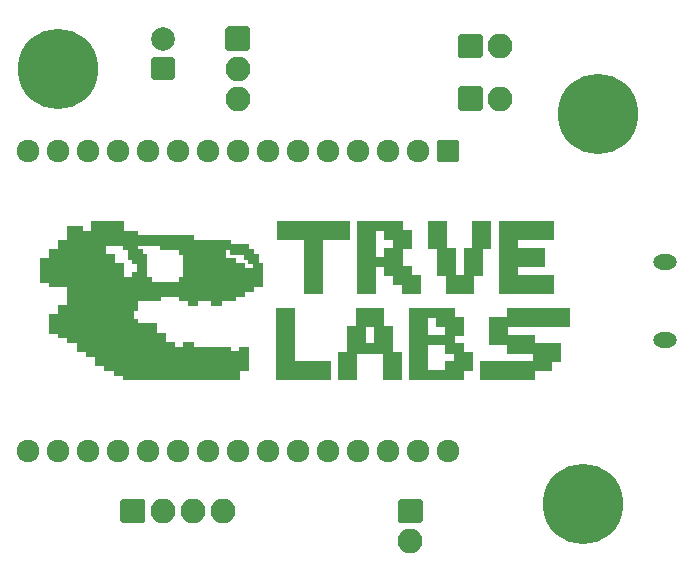
<source format=gbr>
%TF.GenerationSoftware,KiCad,Pcbnew,5.1.10*%
%TF.CreationDate,2021-10-27T21:54:33+02:00*%
%TF.ProjectId,JeanCloud_pcb_regular,4a65616e-436c-46f7-9564-5f7063625f72,rev?*%
%TF.SameCoordinates,Original*%
%TF.FileFunction,Soldermask,Bot*%
%TF.FilePolarity,Negative*%
%FSLAX46Y46*%
G04 Gerber Fmt 4.6, Leading zero omitted, Abs format (unit mm)*
G04 Created by KiCad (PCBNEW 5.1.10) date 2021-10-27 21:54:33*
%MOMM*%
%LPD*%
G01*
G04 APERTURE LIST*
%ADD10C,0.010000*%
%ADD11C,6.800000*%
%ADD12C,1.924000*%
%ADD13O,2.000000X1.300000*%
%ADD14O,2.100000X2.100000*%
%ADD15C,2.000000*%
G04 APERTURE END LIST*
D10*
%TO.C,G\u002A\u002A\u002A*%
G36*
X91418834Y-46206834D02*
G01*
X88413167Y-46206834D01*
X88413167Y-46926500D01*
X90656834Y-46926500D01*
X90656834Y-48450500D01*
X88413167Y-48450500D01*
X88413167Y-49191334D01*
X91418834Y-49191334D01*
X91418834Y-50715334D01*
X86889167Y-50715334D01*
X86889167Y-44682834D01*
X91418834Y-44682834D01*
X91418834Y-46206834D01*
G37*
X91418834Y-46206834D02*
X88413167Y-46206834D01*
X88413167Y-46926500D01*
X90656834Y-46926500D01*
X90656834Y-48450500D01*
X88413167Y-48450500D01*
X88413167Y-49191334D01*
X91418834Y-49191334D01*
X91418834Y-50715334D01*
X86889167Y-50715334D01*
X86889167Y-44682834D01*
X91418834Y-44682834D01*
X91418834Y-46206834D01*
G36*
X82401834Y-46926500D02*
G01*
X83142667Y-46926500D01*
X83142667Y-49191334D01*
X83883500Y-49191334D01*
X83883500Y-46926500D01*
X84624334Y-46926500D01*
X84624334Y-44682834D01*
X86148334Y-44682834D01*
X86148334Y-46947667D01*
X85407500Y-46947667D01*
X85407500Y-49212500D01*
X84645500Y-49212500D01*
X84645500Y-50715334D01*
X82380667Y-50715334D01*
X82380667Y-49212500D01*
X81618667Y-49212500D01*
X81618667Y-46947667D01*
X80877834Y-46947667D01*
X80877834Y-44682834D01*
X82401834Y-44682834D01*
X82401834Y-46926500D01*
G37*
X82401834Y-46926500D02*
X83142667Y-46926500D01*
X83142667Y-49191334D01*
X83883500Y-49191334D01*
X83883500Y-46926500D01*
X84624334Y-46926500D01*
X84624334Y-44682834D01*
X86148334Y-44682834D01*
X86148334Y-46947667D01*
X85407500Y-46947667D01*
X85407500Y-49212500D01*
X84645500Y-49212500D01*
X84645500Y-50715334D01*
X82380667Y-50715334D01*
X82380667Y-49212500D01*
X81618667Y-49212500D01*
X81618667Y-46947667D01*
X80877834Y-46947667D01*
X80877834Y-44682834D01*
X82401834Y-44682834D01*
X82401834Y-46926500D01*
G36*
X78655334Y-45423667D02*
G01*
X79396167Y-45423667D01*
X79396167Y-46947667D01*
X78655334Y-46947667D01*
X78655334Y-48429334D01*
X79396167Y-48429334D01*
X79396167Y-49191334D01*
X80158167Y-49191334D01*
X80158167Y-50715334D01*
X78634167Y-50715334D01*
X78634167Y-49953334D01*
X77872167Y-49953334D01*
X77872167Y-49212500D01*
X77131334Y-49212500D01*
X77131334Y-48450500D01*
X76390500Y-48450500D01*
X76390500Y-50715334D01*
X74866500Y-50715334D01*
X74866500Y-45444834D01*
X76390500Y-45444834D01*
X76390500Y-47688500D01*
X77131334Y-47688500D01*
X77131334Y-46926500D01*
X77872167Y-46926500D01*
X77872167Y-46206834D01*
X77131334Y-46206834D01*
X77131334Y-45444834D01*
X76390500Y-45444834D01*
X74866500Y-45444834D01*
X74866500Y-44682834D01*
X78655334Y-44682834D01*
X78655334Y-45423667D01*
G37*
X78655334Y-45423667D02*
X79396167Y-45423667D01*
X79396167Y-46947667D01*
X78655334Y-46947667D01*
X78655334Y-48429334D01*
X79396167Y-48429334D01*
X79396167Y-49191334D01*
X80158167Y-49191334D01*
X80158167Y-50715334D01*
X78634167Y-50715334D01*
X78634167Y-49953334D01*
X77872167Y-49953334D01*
X77872167Y-49212500D01*
X77131334Y-49212500D01*
X77131334Y-48450500D01*
X76390500Y-48450500D01*
X76390500Y-50715334D01*
X74866500Y-50715334D01*
X74866500Y-45444834D01*
X76390500Y-45444834D01*
X76390500Y-47688500D01*
X77131334Y-47688500D01*
X77131334Y-46926500D01*
X77872167Y-46926500D01*
X77872167Y-46206834D01*
X77131334Y-46206834D01*
X77131334Y-45444834D01*
X76390500Y-45444834D01*
X74866500Y-45444834D01*
X74866500Y-44682834D01*
X78655334Y-44682834D01*
X78655334Y-45423667D01*
G36*
X74146834Y-46206834D02*
G01*
X71882000Y-46206834D01*
X71882000Y-50715334D01*
X70358000Y-50715334D01*
X70358000Y-46206834D01*
X68114334Y-46206834D01*
X68114334Y-44682834D01*
X74146834Y-44682834D01*
X74146834Y-46206834D01*
G37*
X74146834Y-46206834D02*
X71882000Y-46206834D01*
X71882000Y-50715334D01*
X70358000Y-50715334D01*
X70358000Y-46206834D01*
X68114334Y-46206834D01*
X68114334Y-44682834D01*
X74146834Y-44682834D01*
X74146834Y-46206834D01*
G36*
X92815834Y-53530500D02*
G01*
X87566500Y-53530500D01*
X87566500Y-54271334D01*
X89810167Y-54271334D01*
X89810167Y-55012167D01*
X92075000Y-55012167D01*
X92075000Y-56536167D01*
X91313000Y-56536167D01*
X91313000Y-57298167D01*
X89810167Y-57298167D01*
X89810167Y-58039000D01*
X85301667Y-58039000D01*
X85301667Y-56515000D01*
X89789000Y-56515000D01*
X89789000Y-55795334D01*
X87545334Y-55795334D01*
X87545334Y-55033334D01*
X86042500Y-55033334D01*
X86042500Y-52768500D01*
X87545334Y-52768500D01*
X87545334Y-52006500D01*
X92815834Y-52006500D01*
X92815834Y-53530500D01*
G37*
X92815834Y-53530500D02*
X87566500Y-53530500D01*
X87566500Y-54271334D01*
X89810167Y-54271334D01*
X89810167Y-55012167D01*
X92075000Y-55012167D01*
X92075000Y-56536167D01*
X91313000Y-56536167D01*
X91313000Y-57298167D01*
X89810167Y-57298167D01*
X89810167Y-58039000D01*
X85301667Y-58039000D01*
X85301667Y-56515000D01*
X89789000Y-56515000D01*
X89789000Y-55795334D01*
X87545334Y-55795334D01*
X87545334Y-55033334D01*
X86042500Y-55033334D01*
X86042500Y-52768500D01*
X87545334Y-52768500D01*
X87545334Y-52006500D01*
X92815834Y-52006500D01*
X92815834Y-53530500D01*
G36*
X83058000Y-52768500D02*
G01*
X83820000Y-52768500D01*
X83820000Y-54292500D01*
X83058000Y-54292500D01*
X83058000Y-55012167D01*
X83820000Y-55012167D01*
X83820000Y-55774167D01*
X84560834Y-55774167D01*
X84560834Y-57298167D01*
X83820000Y-57298167D01*
X83820000Y-58039000D01*
X79290334Y-58039000D01*
X79290334Y-55033334D01*
X80814334Y-55033334D01*
X80814334Y-57277000D01*
X82296000Y-57277000D01*
X82296000Y-56515000D01*
X83036834Y-56515000D01*
X83036834Y-55795334D01*
X82296000Y-55795334D01*
X82296000Y-55033334D01*
X80814334Y-55033334D01*
X79290334Y-55033334D01*
X79290334Y-52789667D01*
X80814334Y-52789667D01*
X80814334Y-54271334D01*
X82296000Y-54271334D01*
X82296000Y-53530500D01*
X81534000Y-53530500D01*
X81534000Y-52789667D01*
X80814334Y-52789667D01*
X79290334Y-52789667D01*
X79290334Y-52006500D01*
X83058000Y-52006500D01*
X83058000Y-52768500D01*
G37*
X83058000Y-52768500D02*
X83820000Y-52768500D01*
X83820000Y-54292500D01*
X83058000Y-54292500D01*
X83058000Y-55012167D01*
X83820000Y-55012167D01*
X83820000Y-55774167D01*
X84560834Y-55774167D01*
X84560834Y-57298167D01*
X83820000Y-57298167D01*
X83820000Y-58039000D01*
X79290334Y-58039000D01*
X79290334Y-55033334D01*
X80814334Y-55033334D01*
X80814334Y-57277000D01*
X82296000Y-57277000D01*
X82296000Y-56515000D01*
X83036834Y-56515000D01*
X83036834Y-55795334D01*
X82296000Y-55795334D01*
X82296000Y-55033334D01*
X80814334Y-55033334D01*
X79290334Y-55033334D01*
X79290334Y-52789667D01*
X80814334Y-52789667D01*
X80814334Y-54271334D01*
X82296000Y-54271334D01*
X82296000Y-53530500D01*
X81534000Y-53530500D01*
X81534000Y-52789667D01*
X80814334Y-52789667D01*
X79290334Y-52789667D01*
X79290334Y-52006500D01*
X83058000Y-52006500D01*
X83058000Y-52768500D01*
G36*
X77046667Y-53509334D02*
G01*
X77808667Y-53509334D01*
X77808667Y-55774167D01*
X78549500Y-55774167D01*
X78549500Y-58039000D01*
X77025500Y-58039000D01*
X77025500Y-55795334D01*
X74803000Y-55795334D01*
X74803000Y-58039000D01*
X73279000Y-58039000D01*
X73279000Y-55774167D01*
X74041000Y-55774167D01*
X74041000Y-53530500D01*
X75543834Y-53530500D01*
X75543834Y-55012167D01*
X76284667Y-55012167D01*
X76284667Y-53530500D01*
X75543834Y-53530500D01*
X74041000Y-53530500D01*
X74041000Y-53509334D01*
X74781834Y-53509334D01*
X74781834Y-52006500D01*
X77046667Y-52006500D01*
X77046667Y-53509334D01*
G37*
X77046667Y-53509334D02*
X77808667Y-53509334D01*
X77808667Y-55774167D01*
X78549500Y-55774167D01*
X78549500Y-58039000D01*
X77025500Y-58039000D01*
X77025500Y-55795334D01*
X74803000Y-55795334D01*
X74803000Y-58039000D01*
X73279000Y-58039000D01*
X73279000Y-55774167D01*
X74041000Y-55774167D01*
X74041000Y-53530500D01*
X75543834Y-53530500D01*
X75543834Y-55012167D01*
X76284667Y-55012167D01*
X76284667Y-53530500D01*
X75543834Y-53530500D01*
X74041000Y-53530500D01*
X74041000Y-53509334D01*
X74781834Y-53509334D01*
X74781834Y-52006500D01*
X77046667Y-52006500D01*
X77046667Y-53509334D01*
G36*
X69553667Y-56515000D02*
G01*
X72559334Y-56515000D01*
X72559334Y-58039000D01*
X68029667Y-58039000D01*
X68029667Y-52006500D01*
X69553667Y-52006500D01*
X69553667Y-56515000D01*
G37*
X69553667Y-56515000D02*
X72559334Y-56515000D01*
X72559334Y-58039000D01*
X68029667Y-58039000D01*
X68029667Y-52006500D01*
X69553667Y-52006500D01*
X69553667Y-56515000D01*
G36*
X55054500Y-45466000D02*
G01*
X56239834Y-45466000D01*
X56239834Y-45847000D01*
X60960000Y-45847000D01*
X60960000Y-46249167D01*
X64092667Y-46249167D01*
X64092667Y-46630167D01*
X65659000Y-46630167D01*
X65659000Y-47032334D01*
X66061167Y-47032334D01*
X66061167Y-47434500D01*
X66463334Y-47434500D01*
X66463334Y-48217667D01*
X66844334Y-48217667D01*
X66844334Y-50186167D01*
X66061167Y-50186167D01*
X66061167Y-50588334D01*
X65278000Y-50588334D01*
X65278000Y-50990500D01*
X64494834Y-50990500D01*
X64494834Y-51371500D01*
X63309500Y-51371500D01*
X63309500Y-51773667D01*
X62505167Y-51773667D01*
X62505167Y-51371500D01*
X61341000Y-51371500D01*
X61341000Y-51773667D01*
X60536667Y-51773667D01*
X60536667Y-51371500D01*
X59753500Y-51371500D01*
X59753500Y-50990500D01*
X58208334Y-50990500D01*
X58208334Y-51371500D01*
X56239834Y-51371500D01*
X56239834Y-52154667D01*
X55858834Y-52154667D01*
X55858834Y-52916667D01*
X56239834Y-52916667D01*
X56239834Y-53318834D01*
X57806167Y-53318834D01*
X57806167Y-54102000D01*
X58589334Y-54102000D01*
X58589334Y-54885167D01*
X59393667Y-54885167D01*
X59393667Y-55287334D01*
X60155667Y-55287334D01*
X60155667Y-54885167D01*
X60960000Y-54885167D01*
X60960000Y-55287334D01*
X64092667Y-55287334D01*
X64092667Y-55668334D01*
X64854667Y-55668334D01*
X64854667Y-55287334D01*
X65659000Y-55287334D01*
X65659000Y-57255834D01*
X64875834Y-57255834D01*
X64875834Y-58039000D01*
X55054500Y-58039000D01*
X55054500Y-57658000D01*
X54250167Y-57658000D01*
X54250167Y-57255834D01*
X53467000Y-57255834D01*
X53467000Y-56874834D01*
X52683834Y-56874834D01*
X52683834Y-56091667D01*
X51900667Y-56091667D01*
X51900667Y-55689500D01*
X51117500Y-55689500D01*
X51117500Y-54906334D01*
X50334334Y-54906334D01*
X50334334Y-54504167D01*
X49551167Y-54504167D01*
X49551167Y-54123167D01*
X48768000Y-54123167D01*
X48768000Y-52535667D01*
X49551167Y-52535667D01*
X49551167Y-51752500D01*
X50334334Y-51752500D01*
X50334334Y-50186167D01*
X48768000Y-50186167D01*
X48768000Y-49805167D01*
X47984834Y-49805167D01*
X47984834Y-47815500D01*
X48768000Y-47815500D01*
X48768000Y-47032334D01*
X49551167Y-47032334D01*
X49551167Y-46651334D01*
X53488167Y-46651334D01*
X53488167Y-47434500D01*
X54271334Y-47434500D01*
X54271334Y-48217667D01*
X55054500Y-48217667D01*
X55054500Y-49381834D01*
X55837667Y-49381834D01*
X55837667Y-49000834D01*
X56218667Y-49000834D01*
X56218667Y-48238834D01*
X55837667Y-48238834D01*
X55837667Y-47836667D01*
X55435500Y-47836667D01*
X55435500Y-47053500D01*
X55054500Y-47053500D01*
X55054500Y-46651334D01*
X56239834Y-46651334D01*
X56239834Y-47032334D01*
X56642000Y-47032334D01*
X56642000Y-47434500D01*
X57023000Y-47434500D01*
X57023000Y-49381834D01*
X57425167Y-49381834D01*
X57425167Y-49784000D01*
X59753500Y-49784000D01*
X59753500Y-49381834D01*
X60155667Y-49381834D01*
X60155667Y-47455667D01*
X59753500Y-47455667D01*
X59753500Y-47053500D01*
X63711667Y-47053500D01*
X63711667Y-47815500D01*
X64494834Y-47815500D01*
X64494834Y-48217667D01*
X65278000Y-48217667D01*
X65278000Y-48598667D01*
X66040000Y-48598667D01*
X66040000Y-48238834D01*
X65637834Y-48238834D01*
X65637834Y-47836667D01*
X65256834Y-47836667D01*
X65256834Y-47455667D01*
X64071500Y-47455667D01*
X64071500Y-47053500D01*
X63711667Y-47053500D01*
X59753500Y-47053500D01*
X58187167Y-47053500D01*
X58187167Y-46651334D01*
X56239834Y-46651334D01*
X55054500Y-46651334D01*
X53488167Y-46651334D01*
X49551167Y-46651334D01*
X49551167Y-46249167D01*
X50334334Y-46249167D01*
X50334334Y-45063834D01*
X51540834Y-45063834D01*
X51540834Y-45466000D01*
X52302834Y-45466000D01*
X52302834Y-44682834D01*
X55054500Y-44682834D01*
X55054500Y-45466000D01*
G37*
X55054500Y-45466000D02*
X56239834Y-45466000D01*
X56239834Y-45847000D01*
X60960000Y-45847000D01*
X60960000Y-46249167D01*
X64092667Y-46249167D01*
X64092667Y-46630167D01*
X65659000Y-46630167D01*
X65659000Y-47032334D01*
X66061167Y-47032334D01*
X66061167Y-47434500D01*
X66463334Y-47434500D01*
X66463334Y-48217667D01*
X66844334Y-48217667D01*
X66844334Y-50186167D01*
X66061167Y-50186167D01*
X66061167Y-50588334D01*
X65278000Y-50588334D01*
X65278000Y-50990500D01*
X64494834Y-50990500D01*
X64494834Y-51371500D01*
X63309500Y-51371500D01*
X63309500Y-51773667D01*
X62505167Y-51773667D01*
X62505167Y-51371500D01*
X61341000Y-51371500D01*
X61341000Y-51773667D01*
X60536667Y-51773667D01*
X60536667Y-51371500D01*
X59753500Y-51371500D01*
X59753500Y-50990500D01*
X58208334Y-50990500D01*
X58208334Y-51371500D01*
X56239834Y-51371500D01*
X56239834Y-52154667D01*
X55858834Y-52154667D01*
X55858834Y-52916667D01*
X56239834Y-52916667D01*
X56239834Y-53318834D01*
X57806167Y-53318834D01*
X57806167Y-54102000D01*
X58589334Y-54102000D01*
X58589334Y-54885167D01*
X59393667Y-54885167D01*
X59393667Y-55287334D01*
X60155667Y-55287334D01*
X60155667Y-54885167D01*
X60960000Y-54885167D01*
X60960000Y-55287334D01*
X64092667Y-55287334D01*
X64092667Y-55668334D01*
X64854667Y-55668334D01*
X64854667Y-55287334D01*
X65659000Y-55287334D01*
X65659000Y-57255834D01*
X64875834Y-57255834D01*
X64875834Y-58039000D01*
X55054500Y-58039000D01*
X55054500Y-57658000D01*
X54250167Y-57658000D01*
X54250167Y-57255834D01*
X53467000Y-57255834D01*
X53467000Y-56874834D01*
X52683834Y-56874834D01*
X52683834Y-56091667D01*
X51900667Y-56091667D01*
X51900667Y-55689500D01*
X51117500Y-55689500D01*
X51117500Y-54906334D01*
X50334334Y-54906334D01*
X50334334Y-54504167D01*
X49551167Y-54504167D01*
X49551167Y-54123167D01*
X48768000Y-54123167D01*
X48768000Y-52535667D01*
X49551167Y-52535667D01*
X49551167Y-51752500D01*
X50334334Y-51752500D01*
X50334334Y-50186167D01*
X48768000Y-50186167D01*
X48768000Y-49805167D01*
X47984834Y-49805167D01*
X47984834Y-47815500D01*
X48768000Y-47815500D01*
X48768000Y-47032334D01*
X49551167Y-47032334D01*
X49551167Y-46651334D01*
X53488167Y-46651334D01*
X53488167Y-47434500D01*
X54271334Y-47434500D01*
X54271334Y-48217667D01*
X55054500Y-48217667D01*
X55054500Y-49381834D01*
X55837667Y-49381834D01*
X55837667Y-49000834D01*
X56218667Y-49000834D01*
X56218667Y-48238834D01*
X55837667Y-48238834D01*
X55837667Y-47836667D01*
X55435500Y-47836667D01*
X55435500Y-47053500D01*
X55054500Y-47053500D01*
X55054500Y-46651334D01*
X56239834Y-46651334D01*
X56239834Y-47032334D01*
X56642000Y-47032334D01*
X56642000Y-47434500D01*
X57023000Y-47434500D01*
X57023000Y-49381834D01*
X57425167Y-49381834D01*
X57425167Y-49784000D01*
X59753500Y-49784000D01*
X59753500Y-49381834D01*
X60155667Y-49381834D01*
X60155667Y-47455667D01*
X59753500Y-47455667D01*
X59753500Y-47053500D01*
X63711667Y-47053500D01*
X63711667Y-47815500D01*
X64494834Y-47815500D01*
X64494834Y-48217667D01*
X65278000Y-48217667D01*
X65278000Y-48598667D01*
X66040000Y-48598667D01*
X66040000Y-48238834D01*
X65637834Y-48238834D01*
X65637834Y-47836667D01*
X65256834Y-47836667D01*
X65256834Y-47455667D01*
X64071500Y-47455667D01*
X64071500Y-47053500D01*
X63711667Y-47053500D01*
X59753500Y-47053500D01*
X58187167Y-47053500D01*
X58187167Y-46651334D01*
X56239834Y-46651334D01*
X55054500Y-46651334D01*
X53488167Y-46651334D01*
X49551167Y-46651334D01*
X49551167Y-46249167D01*
X50334334Y-46249167D01*
X50334334Y-45063834D01*
X51540834Y-45063834D01*
X51540834Y-45466000D01*
X52302834Y-45466000D01*
X52302834Y-44682834D01*
X55054500Y-44682834D01*
X55054500Y-45466000D01*
%TD*%
D11*
%TO.C, *%
X93980000Y-68580000D03*
%TD*%
%TO.C, *%
X49530000Y-31750000D03*
%TD*%
%TO.C, *%
X95250000Y-35560000D03*
%TD*%
%TO.C, *%
G36*
G01*
X81788000Y-37773000D02*
X83312000Y-37773000D01*
G75*
G02*
X83512000Y-37973000I0J-200000D01*
G01*
X83512000Y-39497000D01*
G75*
G02*
X83312000Y-39697000I-200000J0D01*
G01*
X81788000Y-39697000D01*
G75*
G02*
X81588000Y-39497000I0J200000D01*
G01*
X81588000Y-37973000D01*
G75*
G02*
X81788000Y-37773000I200000J0D01*
G01*
G37*
D12*
X80010000Y-38735000D03*
X77470000Y-38735000D03*
X74930000Y-38735000D03*
X72390000Y-38735000D03*
X69850000Y-38735000D03*
X67310000Y-38735000D03*
X64770000Y-38735000D03*
X62230000Y-38735000D03*
X59690000Y-38735000D03*
X57150000Y-38735000D03*
X54610000Y-38735000D03*
X52070000Y-38735000D03*
X49530000Y-38735000D03*
X46990000Y-38735000D03*
X46990000Y-64135000D03*
X49530000Y-64135000D03*
X52070000Y-64135000D03*
X54610000Y-64135000D03*
X57150000Y-64135000D03*
X59690000Y-64135000D03*
X62230000Y-64135000D03*
X64770000Y-64135000D03*
X67310000Y-64135000D03*
X69850000Y-64135000D03*
X72390000Y-64135000D03*
X74930000Y-64135000D03*
X77470000Y-64135000D03*
X80010000Y-64135000D03*
X82550000Y-64135000D03*
%TD*%
D13*
%TO.C,J1*%
X100965000Y-48135000D03*
X100965000Y-54735000D03*
%TD*%
%TO.C,J2*%
G36*
G01*
X56730000Y-70265000D02*
X55030000Y-70265000D01*
G75*
G02*
X54830000Y-70065000I0J200000D01*
G01*
X54830000Y-68365000D01*
G75*
G02*
X55030000Y-68165000I200000J0D01*
G01*
X56730000Y-68165000D01*
G75*
G02*
X56930000Y-68365000I0J-200000D01*
G01*
X56930000Y-70065000D01*
G75*
G02*
X56730000Y-70265000I-200000J0D01*
G01*
G37*
D14*
X58420000Y-69215000D03*
X60960000Y-69215000D03*
X63500000Y-69215000D03*
%TD*%
%TO.C,J3*%
G36*
G01*
X63720000Y-30060000D02*
X63720000Y-28360000D01*
G75*
G02*
X63920000Y-28160000I200000J0D01*
G01*
X65620000Y-28160000D01*
G75*
G02*
X65820000Y-28360000I0J-200000D01*
G01*
X65820000Y-30060000D01*
G75*
G02*
X65620000Y-30260000I-200000J0D01*
G01*
X63920000Y-30260000D01*
G75*
G02*
X63720000Y-30060000I0J200000D01*
G01*
G37*
X64770000Y-31750000D03*
X64770000Y-34290000D03*
%TD*%
%TO.C,J4*%
G36*
G01*
X78325000Y-70065000D02*
X78325000Y-68365000D01*
G75*
G02*
X78525000Y-68165000I200000J0D01*
G01*
X80225000Y-68165000D01*
G75*
G02*
X80425000Y-68365000I0J-200000D01*
G01*
X80425000Y-70065000D01*
G75*
G02*
X80225000Y-70265000I-200000J0D01*
G01*
X78525000Y-70265000D01*
G75*
G02*
X78325000Y-70065000I0J200000D01*
G01*
G37*
X79375000Y-71755000D03*
%TD*%
%TO.C,J5*%
X86995000Y-29845000D03*
G36*
G01*
X85305000Y-30895000D02*
X83605000Y-30895000D01*
G75*
G02*
X83405000Y-30695000I0J200000D01*
G01*
X83405000Y-28995000D01*
G75*
G02*
X83605000Y-28795000I200000J0D01*
G01*
X85305000Y-28795000D01*
G75*
G02*
X85505000Y-28995000I0J-200000D01*
G01*
X85505000Y-30695000D01*
G75*
G02*
X85305000Y-30895000I-200000J0D01*
G01*
G37*
%TD*%
%TO.C,J6*%
G36*
G01*
X85305000Y-35340000D02*
X83605000Y-35340000D01*
G75*
G02*
X83405000Y-35140000I0J200000D01*
G01*
X83405000Y-33440000D01*
G75*
G02*
X83605000Y-33240000I200000J0D01*
G01*
X85305000Y-33240000D01*
G75*
G02*
X85505000Y-33440000I0J-200000D01*
G01*
X85505000Y-35140000D01*
G75*
G02*
X85305000Y-35340000I-200000J0D01*
G01*
G37*
X86995000Y-34290000D03*
%TD*%
%TO.C,C1*%
G36*
G01*
X59220000Y-32750000D02*
X57620000Y-32750000D01*
G75*
G02*
X57420000Y-32550000I0J200000D01*
G01*
X57420000Y-30950000D01*
G75*
G02*
X57620000Y-30750000I200000J0D01*
G01*
X59220000Y-30750000D01*
G75*
G02*
X59420000Y-30950000I0J-200000D01*
G01*
X59420000Y-32550000D01*
G75*
G02*
X59220000Y-32750000I-200000J0D01*
G01*
G37*
D15*
X58420000Y-29250000D03*
%TD*%
M02*

</source>
